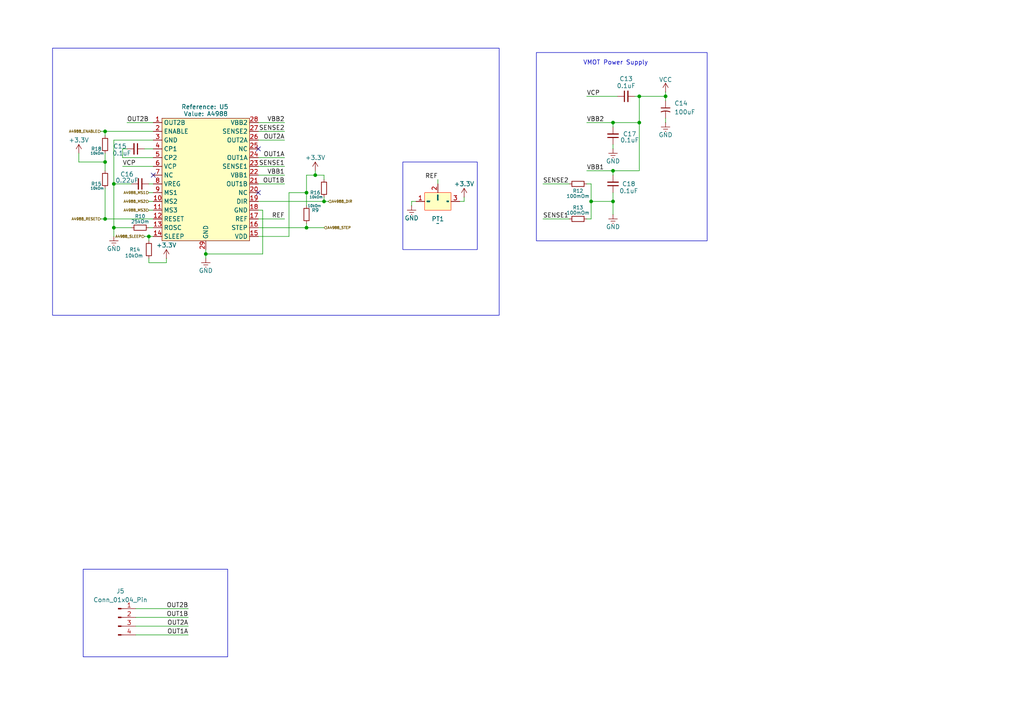
<source format=kicad_sch>
(kicad_sch (version 20250114) (generator "eeschema") (generator_version "9.0")
  (paper "A4")
  (lib_symbols
    (symbol "Connector:Conn_01x04_Pin" (pin_names (offset 1.016) (hide yes))
      (property "Reference" "J" (at 0 5.08 0))
      (property "Value" "Conn_01x04_Pin" (at 0 -7.62 0))
      (symbol "Conn_01x04_Pin_1_1"
        (rectangle (start 0.8636 2.667) (end 0 2.413) (stroke (width 0.1524)) (fill (type outline)))
        (rectangle (start 0.8636 0.127) (end 0 -0.127) (stroke (width 0.1524)) (fill (type outline)))
        (rectangle (start 0.8636 -2.413) (end 0 -2.667) (stroke (width 0.1524)) (fill (type outline)))
        (rectangle (start 0.8636 -4.953) (end 0 -5.207) (stroke (width 0.1524)) (fill (type outline)))
        (polyline (pts (xy 1.27 2.54) (xy 0.8636 2.54)) (stroke (width 0.1524)))
        (polyline (pts (xy 1.27 0) (xy 0.8636 0)) (stroke (width 0.1524)))
        (polyline (pts (xy 1.27 -2.54) (xy 0.8636 -2.54)) (stroke (width 0.1524)))
        (polyline (pts (xy 1.27 -5.08) (xy 0.8636 -5.08)) (stroke (width 0.1524)))
        (pin passive line (at 5.08 2.54 180) (length 3.81) (name "Pin_1") (number "1"))
        (pin passive line (at 5.08 0 180) (length 3.81) (name "Pin_2") (number "2"))
        (pin passive line (at 5.08 -2.54 180) (length 3.81) (name "Pin_3") (number "3"))
        (pin passive line (at 5.08 -5.08 180) (length 3.81) (name "Pin_4") (number "4"))
      )
    )
    (symbol "Device:C_Small" (pin_numbers (hide yes)) (pin_names (offset 0.254) (hide yes))
      (property "Reference" "C" (at 0.254 1.778 0))
      (property "Value" "C_Small" (at 0.254 -2.032 0))
      (symbol "C_Small_0_1"
        (polyline (pts (xy -1.524 0.508) (xy 1.524 0.508)) (stroke (width 0.3048)))
        (polyline (pts (xy -1.524 -0.508) (xy 1.524 -0.508)) (stroke (width 0.3302)))
      )
      (symbol "C_Small_1_1"
        (pin passive line (at 0 2.54 270) (length 2.032) (name "~") (number "1"))
        (pin passive line (at 0 -2.54 90) (length 2.032) (name "~") (number "2"))
      )
    )
    (symbol "Device:R_Small" (pin_numbers (hide yes)) (pin_names (offset 0.254) (hide yes))
      (property "Reference" "R" (at 0 0 90))
      (property "Value" "R_Small" (at 1.778 0 90))
      (symbol "R_Small_0_1"
        (rectangle (start -0.762 1.778) (end 0.762 -1.778) (stroke (width 0.2032)))
      )
      (symbol "R_Small_1_1"
        (pin passive line (at 0 2.54 270) (length 0.762) (name "~") (number "1"))
        (pin passive line (at 0 -2.54 90) (length 0.762) (name "~") (number "2"))
      )
    )
    (symbol "PCM_Generic-50:C,IEEE" (pin_numbers (hide yes)) (pin_names (offset 0) (hide yes))
      (property "Reference" "C" (at 1.27 1.27 0))
      (property "Value" "C,IEEE" (at 1.27 -1.27 0))
      (property "Indicator" "+" (at -1.27 1.27 0))
      (symbol "C,IEEE_1_1"
        (polyline (pts (xy -1.27 0.4572) (xy 1.27 0.4572)) (stroke (width 0.254)))
        (arc (start -1.27 -0.6858) (mid 0 -0.4566) (end 1.27 -0.6858) (stroke (width 0.254)))
        (pin passive line (at 0 2.54 270) (length 2.0828) (name "+") (number "1"))
        (pin passive line (at 0 -2.54 90) (length 2.0828) (name "-") (number "2"))
      )
    )
    (symbol "power:+3.3V" (power) (pin_numbers (hide yes)) (pin_names (offset 0) (hide yes))
      (property "Value" "+3.3V" (at 0 3.556 0))
      (symbol "+3.3V_0_1"
        (polyline (pts (xy -0.762 1.27) (xy 0 2.54)))
        (polyline (pts (xy 0 2.54) (xy 0.762 1.27)))
        (polyline (pts (xy 0 0) (xy 0 2.54)))
      )
      (symbol "+3.3V_1_1"
        (pin power_in line (at 0 0 90) (length 0) (name "~") (number "1"))
      )
    )
    (symbol "power:Earth" (power) (pin_numbers (hide yes)) (pin_names (offset 0) (hide yes))
      (property "Value" "Earth" (at 0 -3.81 0))
      (symbol "Earth_0_1"
        (polyline (pts (xy -0.635 -1.905) (xy 0.635 -1.905)))
        (polyline (pts (xy -0.127 -2.54) (xy 0.127 -2.54)))
        (polyline (pts (xy 0 -1.27) (xy 0 0)))
        (polyline (pts (xy 1.27 -1.27) (xy -1.27 -1.27)))
      )
      (symbol "Earth_1_1"
        (pin power_in line (at 0 0 270) (length 0) (name "~") (number "1"))
      )
    )
    (symbol "power:VCC" (power) (pin_numbers (hide yes)) (pin_names (offset 0) (hide yes))
      (property "Value" "VCC" (at 0 3.556 0))
      (symbol "VCC_0_1"
        (polyline (pts (xy -0.762 1.27) (xy 0 2.54)))
        (polyline (pts (xy 0 2.54) (xy 0.762 1.27)))
        (polyline (pts (xy 0 0) (xy 0 2.54)))
      )
      (symbol "VCC_1_1"
        (pin power_in line (at 0 0 90) (length 0) (name "~") (number "1"))
      )
    )
    (symbol "user_library:A4988"
      (property "Reference" "U" (at 12.446 66.294 0) (show_name))
      (symbol "A4988_0_1"
        (rectangle (start 0 64.77) (end 25.4 29.21) (fill (type background)))
      )
      (symbol "A4988_1_1"
        (pin output line (at -2.54 63.5 0) (length 2.54) (name "OUT2B") (number "1"))
        (pin input line (at -2.54 60.96 0) (length 2.54) (name "ENABLE") (number "2"))
        (pin power_in line (at -2.54 58.42 0) (length 2.54) (name "GND") (number "3"))
        (pin passive line (at -2.54 55.88 0) (length 2.54) (name "CP1") (number "4"))
        (pin passive line (at -2.54 53.34 0) (length 2.54) (name "CP2") (number "5"))
        (pin power_out line (at -2.54 50.8 0) (length 2.54) (name "VCP") (number "6"))
        (pin output line (at -2.54 48.26 0) (length 2.54) (name "NC") (number "7"))
        (pin power_out line (at -2.54 45.72 0) (length 2.54) (name "VREG") (number "8"))
        (pin input line (at -2.54 43.18 0) (length 2.54) (name "MS1") (number "9"))
        (pin input line (at -2.54 40.64 0) (length 2.54) (name "MS2") (number "10"))
        (pin input line (at -2.54 38.1 0) (length 2.54) (name "MS3") (number "11"))
        (pin input line (at -2.54 35.56 0) (length 2.54) (name "RESET") (number "12"))
        (pin input line (at -2.54 33.02 0) (length 2.54) (name "ROSC") (number "13"))
        (pin input line (at -2.54 30.48 0) (length 2.54) (name "SLEEP") (number "14"))
        (pin power_in line (at 12.7 26.67 90) (length 2.54) (name "GND") (number "29"))
        (pin power_in line (at 27.94 63.5 180) (length 2.54) (name "VBB2") (number "28"))
        (pin passive line (at 27.94 60.96 180) (length 2.54) (name "SENSE2") (number "27"))
        (pin output line (at 27.94 58.42 180) (length 2.54) (name "OUT2A") (number "26"))
        (pin input line (at 27.94 55.88 180) (length 2.54) (name "NC") (number "25"))
        (pin output line (at 27.94 53.34 180) (length 2.54) (name "OUT1A") (number "24"))
        (pin passive line (at 27.94 50.8 180) (length 2.54) (name "SENSE1") (number "23"))
        (pin power_in line (at 27.94 48.26 180) (length 2.54) (name "VBB1") (number "22"))
        (pin output line (at 27.94 45.72 180) (length 2.54) (name "OUT1B") (number "21"))
        (pin input line (at 27.94 43.18 180) (length 2.54) (name "NC") (number "20"))
        (pin input line (at 27.94 40.64 180) (length 2.54) (name "DIR") (number "19"))
        (pin passive line (at 27.94 38.1 180) (length 2.54) (name "GND") (number "18"))
        (pin input line (at 27.94 35.56 180) (length 2.54) (name "REF") (number "17"))
        (pin input line (at 27.94 33.02 180) (length 2.54) (name "STEP") (number "16"))
        (pin power_in line (at 27.94 30.48 180) (length 2.54) (name "VDD") (number "15"))
      )
    )
    (symbol "user_library:Trimming Potentiometer TC33"
      (property "Reference" "PT" (at 2.794 -1.016 0))
      (symbol "Trimming Potentiometer TC33_1_1"
        (rectangle (start 0 5.08) (end 7.62 0) (stroke (width 0) (color 255 45 8 1)) (fill (type background)))
        (pin input line (at -2.54 2.54 0) (length 2.54) (name "CCW") (number "1"))
        (pin input line (at 3.81 7.62 270) (length 2.54) (name "WRIPER") (number "2"))
        (pin input line (at 10.16 2.54 180) (length 2.54) (name "CW") (number "3"))
      )
    )
  )
  (rectangle (start 15.24 13.97) (end 144.78 91.44))
  (rectangle (start 155.575 15.24) (end 205.105 69.85))
  (rectangle (start 24.13 165.1) (end 66.04 190.5))
  (rectangle (start 116.84 46.99) (end 138.43 72.39))
  (text "VMOT Power Supply" (at 178.562 18.288 0) (effects (font (size 1.27 1.27))))
  (junction (at 33.02 66.04))
  (junction (at 185.42 35.56))
  (junction (at 193.04 27.94))
  (junction (at 30.48 46.99))
  (junction (at 91.44 50.8))
  (junction (at 59.69 73.66))
  (junction (at 177.8 49.53))
  (junction (at 30.48 38.1))
  (junction (at 30.48 63.5))
  (junction (at 185.42 27.94))
  (junction (at 177.8 35.56))
  (junction (at 88.9 55.88))
  (junction (at 177.8 58.42))
  (junction (at 171.45 58.42))
  (junction (at 43.18 68.58))
  (junction (at 88.9 66.04))
  (junction (at 33.02 53.34))
  (junction (at 93.98 58.42))
  (no_connect (at 44.45 50.8))
  (no_connect (at 74.93 55.88))
  (no_connect (at 74.93 43.18))
  (wire (pts (xy 33.02 53.34) (xy 38.1 53.34)))
  (wire (pts (xy 170.18 63.5) (xy 171.45 63.5)))
  (wire (pts (xy 33.02 66.04) (xy 33.02 68.58)))
  (wire (pts (xy 74.93 63.5) (xy 82.55 63.5)))
  (wire (pts (xy 39.37 181.61) (xy 54.61 181.61)))
  (wire (pts (xy 177.8 35.56) (xy 177.8 36.83)))
  (wire (pts (xy 74.93 40.64) (xy 82.55 40.64)))
  (wire (pts (xy 43.18 60.96) (xy 44.45 60.96)))
  (wire (pts (xy 44.45 45.72) (xy 35.56 45.72)))
  (wire (pts (xy 177.8 58.42) (xy 177.8 55.88)))
  (wire (pts (xy 43.18 53.34) (xy 44.45 53.34)))
  (wire (pts (xy 185.42 27.94) (xy 193.04 27.94)))
  (wire (pts (xy 74.93 66.04) (xy 88.9 66.04)))
  (wire (pts (xy 93.98 58.42) (xy 95.25 58.42)))
  (wire (pts (xy 120.65 58.42) (xy 119.38 58.42)))
  (wire (pts (xy 91.44 49.53) (xy 91.44 50.8)))
  (wire (pts (xy 76.2 73.66) (xy 59.69 73.66)))
  (wire (pts (xy 76.2 60.96) (xy 76.2 73.66)))
  (wire (pts (xy 59.69 73.66) (xy 59.69 72.39)))
  (wire (pts (xy 36.83 35.56) (xy 44.45 35.56)))
  (wire (pts (xy 74.93 48.26) (xy 82.55 48.26)))
  (wire (pts (xy 88.9 66.04) (xy 93.98 66.04)))
  (wire (pts (xy 74.93 35.56) (xy 82.55 35.56)))
  (wire (pts (xy 39.37 176.53) (xy 54.61 176.53)))
  (wire (pts (xy 88.9 50.8) (xy 91.44 50.8)))
  (wire (pts (xy 177.8 35.56) (xy 185.42 35.56)))
  (wire (pts (xy 177.8 62.23) (xy 177.8 58.42)))
  (wire (pts (xy 35.56 48.26) (xy 44.45 48.26)))
  (wire (pts (xy 170.18 35.56) (xy 177.8 35.56)))
  (wire (pts (xy 33.02 66.04) (xy 38.1 66.04)))
  (wire (pts (xy 44.45 40.64) (xy 33.02 40.64)))
  (wire (pts (xy 119.38 58.42) (xy 119.38 59.69)))
  (wire (pts (xy 43.18 68.58) (xy 44.45 68.58)))
  (wire (pts (xy 35.56 45.72) (xy 35.56 43.18)))
  (wire (pts (xy 193.04 26.67) (xy 193.04 27.94)))
  (wire (pts (xy 133.35 58.42) (xy 134.62 58.42)))
  (wire (pts (xy 185.42 27.94) (xy 185.42 35.56)))
  (wire (pts (xy 93.98 50.8) (xy 93.98 52.07)))
  (wire (pts (xy 171.45 58.42) (xy 177.8 58.42)))
  (wire (pts (xy 88.9 64.77) (xy 88.9 66.04)))
  (wire (pts (xy 43.18 68.58) (xy 43.18 69.85)))
  (wire (pts (xy 39.37 179.07) (xy 54.61 179.07)))
  (wire (pts (xy 59.69 74.93) (xy 59.69 73.66)))
  (wire (pts (xy 170.18 53.34) (xy 171.45 53.34)))
  (wire (pts (xy 74.93 60.96) (xy 76.2 60.96)))
  (wire (pts (xy 43.18 58.42) (xy 44.45 58.42)))
  (wire (pts (xy 22.86 46.99) (xy 30.48 46.99)))
  (wire (pts (xy 43.18 76.2) (xy 43.18 74.93)))
  (wire (pts (xy 35.56 43.18) (xy 36.83 43.18)))
  (wire (pts (xy 185.42 35.56) (xy 185.42 49.53)))
  (wire (pts (xy 33.02 40.64) (xy 33.02 53.34)))
  (wire (pts (xy 74.93 45.72) (xy 82.55 45.72)))
  (wire (pts (xy 29.21 63.5) (xy 30.48 63.5)))
  (wire (pts (xy 91.44 50.8) (xy 93.98 50.8)))
  (wire (pts (xy 74.93 50.8) (xy 82.55 50.8)))
  (wire (pts (xy 170.18 27.94) (xy 179.07 27.94)))
  (wire (pts (xy 29.21 38.1) (xy 30.48 38.1)))
  (wire (pts (xy 193.04 27.94) (xy 193.04 29.21)))
  (wire (pts (xy 43.18 66.04) (xy 44.45 66.04)))
  (wire (pts (xy 74.93 53.34) (xy 82.55 53.34)))
  (wire (pts (xy 33.02 53.34) (xy 33.02 66.04)))
  (wire (pts (xy 171.45 53.34) (xy 171.45 58.42)))
  (wire (pts (xy 177.8 41.91) (xy 177.8 43.18)))
  (wire (pts (xy 83.82 68.58) (xy 83.82 55.88)))
  (wire (pts (xy 193.04 35.56) (xy 193.04 34.29)))
  (wire (pts (xy 30.48 44.45) (xy 30.48 46.99)))
  (wire (pts (xy 74.93 38.1) (xy 82.55 38.1)))
  (wire (pts (xy 88.9 59.69) (xy 88.9 55.88)))
  (wire (pts (xy 30.48 63.5) (xy 44.45 63.5)))
  (wire (pts (xy 48.26 76.2) (xy 43.18 76.2)))
  (wire (pts (xy 30.48 54.61) (xy 30.48 63.5)))
  (wire (pts (xy 171.45 58.42) (xy 171.45 63.5)))
  (wire (pts (xy 41.91 43.18) (xy 44.45 43.18)))
  (wire (pts (xy 184.15 27.94) (xy 185.42 27.94)))
  (wire (pts (xy 170.18 49.53) (xy 177.8 49.53)))
  (wire (pts (xy 83.82 55.88) (xy 88.9 55.88)))
  (wire (pts (xy 157.48 63.5) (xy 165.1 63.5)))
  (wire (pts (xy 30.48 38.1) (xy 44.45 38.1)))
  (wire (pts (xy 134.62 57.15) (xy 134.62 58.42)))
  (wire (pts (xy 93.98 57.15) (xy 93.98 58.42)))
  (wire (pts (xy 74.93 58.42) (xy 93.98 58.42)))
  (wire (pts (xy 48.26 76.2) (xy 48.26 74.93)))
  (wire (pts (xy 30.48 46.99) (xy 30.48 49.53)))
  (wire (pts (xy 127 52.07) (xy 127 53.34)))
  (wire (pts (xy 177.8 49.53) (xy 177.8 50.8)))
  (wire (pts (xy 39.37 184.15) (xy 54.61 184.15)))
  (wire (pts (xy 74.93 68.58) (xy 83.82 68.58)))
  (wire (pts (xy 43.18 55.88) (xy 44.45 55.88)))
  (wire (pts (xy 41.91 68.58) (xy 43.18 68.58)))
  (wire (pts (xy 88.9 55.88) (xy 88.9 50.8)))
  (wire (pts (xy 22.86 44.45) (xy 22.86 46.99)))
  (wire (pts (xy 177.8 49.53) (xy 185.42 49.53)))
  (wire (pts (xy 157.48 53.34) (xy 165.1 53.34)))
  (wire (pts (xy 30.48 39.37) (xy 30.48 38.1)))
  (label "VBB2" (at 170.18 35.56 0))
  (label "REF" (at 127 52.07 180))
  (label "REF" (at 82.55 63.5 180))
  (label "SENSE2" (at 157.48 53.34 0))
  (label "OUT2A" (at 54.61 181.61 180))
  (label "OUT1A" (at 54.61 184.15 180))
  (label "VCP" (at 170.18 27.94 0))
  (label "OUT2B" (at 36.83 35.56 0))
  (label "OUT1B" (at 82.55 53.34 180))
  (label "OUT2A" (at 82.55 40.64 180))
  (label "OUT2B" (at 54.61 176.53 180))
  (label "VBB2" (at 82.55 35.56 180))
  (label "VCP" (at 35.56 48.26 0))
  (label "SENSE2" (at 82.55 38.1 180))
  (label "VBB1" (at 82.55 50.8 180))
  (label "OUT1A" (at 82.55 45.72 180))
  (label "SENSE1" (at 157.48 63.5 0))
  (label "SENSE1" (at 82.55 48.26 180))
  (label "VBB1" (at 170.18 49.53 0))
  (label "OUT1B" (at 54.61 179.07 180))
  (hierarchical_label "A4988_ENABLE" (shape input) (at 29.21 38.1 180) (effects (font (size 0.75 0.75))))
  (hierarchical_label "A4988_SLEEP" (shape input) (at 41.91 68.58 180) (effects (font (size 0.75 0.75))))
  (hierarchical_label "A4988_STEP" (shape input) (at 93.98 66.04 0) (effects (font (size 0.75 0.75))))
  (hierarchical_label "A4988_MS1" (shape input) (at 43.18 55.88 180) (effects (font (size 0.75 0.75))))
  (hierarchical_label "A4988_DIR" (shape input) (at 95.25 58.42 0) (effects (font (size 0.75 0.75))))
  (hierarchical_label "A4988_MS3" (shape input) (at 43.18 60.96 180) (effects (font (size 0.75 0.75))))
  (hierarchical_label "A4988_RESET" (shape input) (at 29.21 63.5 180) (effects (font (size 0.75 0.75))))
  (hierarchical_label "A4988_MS2" (shape input) (at 43.18 58.42 180) (effects (font (size 0.75 0.75))))
  (symbol (lib_id "Device:R_Small") (at 167.64 53.34 90) (unit 1)
    (property "Reference" "R12" (at 167.64 55.372 90) (effects (font (size 1 1))))
    (property "Value" "100mOm" (at 167.64 56.896 90) (effects (font (size 1 1))))
    (property "Footprint" "PCM_Resistor_SMD_AKL:R_0603_1608Metric" (effects (hide yes)))
    (property "Description" "Resistor, small symbol" (effects (hide yes)))
  )
  (symbol (lib_id "Device:C_Small") (at 181.61 27.94 90) (unit 1)
    (property "Reference" "C13" (at 181.61 22.86 90))
    (property "Value" "0.1uF" (at 181.61 24.892 90))
    (property "Footprint" "Capacitor_SMD:C_0603_1608Metric" (effects (hide yes)))
    (property "Description" "Unpolarized capacitor, small symbol" (effects (hide yes)))
  )
  (symbol (lib_id "user_library:A4988") (at 46.99 99.06 0) (unit 1)
    (property "Reference" "U5" (at 59.436 30.988 0) (show_name yes))
    (property "Value" "A4988" (at 59.69 33.02 0) (show_name yes))
    (property "Footprint" "my_lib:A4988-QFN-28P" (effects (hide yes)))
  )
  (symbol (lib_id "power:VCC") (at 193.04 26.67 0) (unit 1)
    (property "Reference" "#PWR025" (effects (hide yes)))
    (property "Value" "VCC" (at 193.04 23.114 0))
    (property "Description" "Power symbol creates a global label with name \"VCC\"" (effects (hide yes)))
  )
  (symbol (lib_id "Device:R_Small") (at 43.18 72.39 180) (unit 1)
    (property "Reference" "R14" (at 39.116 72.39 0) (effects (font (size 1.016 1.016))))
    (property "Value" "10kOm" (at 38.862 74.168 0) (effects (font (size 1 1))))
    (property "Footprint" "PCM_Resistor_SMD_AKL:R_0402_1005Metric" (effects (hide yes)))
    (property "Description" "Resistor, small symbol" (effects (hide yes)))
  )
  (symbol (lib_id "power:Earth") (at 119.38 59.69 0) (unit 1)
    (property "Reference" "#PWR039" (effects (hide yes)))
    (property "Value" "GND" (at 119.38 63.246 0))
    (property "Description" "Power symbol creates a global label with name \"Earth\"" (effects (hide yes)))
  )
  (symbol (lib_id "Device:C_Small") (at 39.37 43.18 270) (unit 1)
    (property "Reference" "C15" (at 34.798 42.418 90))
    (property "Value" "0.1uF" (at 35.306 44.45 90))
    (property "Footprint" "Capacitor_SMD:C_0603_1608Metric" (effects (hide yes)))
    (property "Description" "Unpolarized capacitor, small symbol" (effects (hide yes)))
  )
  (symbol (lib_id "Device:C_Small") (at 177.8 39.37 180) (unit 1)
    (property "Reference" "C17" (at 182.626 38.862 0))
    (property "Value" "0.1uF" (at 182.626 40.64 0))
    (property "Footprint" "Capacitor_SMD:C_0603_1608Metric" (effects (hide yes)))
    (property "Description" "Unpolarized capacitor, small symbol" (effects (hide yes)))
  )
  (symbol (lib_id "power:+3.3V") (at 22.86 44.45 0) (unit 1)
    (property "Reference" "#PWR05" (effects (hide yes)))
    (property "Value" "+3.3V" (at 22.86 40.64 0))
    (property "Description" "Power symbol creates a global label with name \"+3.3V\"" (effects (hide yes)))
  )
  (symbol (lib_id "Device:R_Small") (at 30.48 52.07 0) (unit 1)
    (property "Reference" "R15" (at 27.94 53.34 0) (effects (font (size 1 1))))
    (property "Value" "10kOm" (at 28.194 54.61 0) (effects (font (size 0.75 0.75))))
    (property "Footprint" "PCM_Resistor_SMD_AKL:R_0402_1005Metric" (effects (hide yes)))
    (property "Description" "Resistor, small symbol" (effects (hide yes)))
  )
  (symbol (lib_id "user_library:Trimming Potentiometer TC33") (at 123.19 60.96 0) (unit 1)
    (property "Reference" "PT1" (at 127 63.5 0))
    (property "Value" "~" (at 127 64.77 0))
    (property "Footprint" "PCM_Potentiometer_SMD_AKL:Potentiometer_Bourns_TC33X_Vertical" (effects (hide yes)))
  )
  (symbol (lib_id "Device:R_Small") (at 93.98 54.61 0) (unit 1)
    (property "Reference" "R16" (at 91.44 55.88 0) (effects (font (size 1 1))))
    (property "Value" "10kOm" (at 91.694 57.15 0) (effects (font (size 0.75 0.75))))
    (property "Footprint" "PCM_Resistor_SMD_AKL:R_0402_1005Metric" (effects (hide yes)))
    (property "Description" "Resistor, small symbol" (effects (hide yes)))
  )
  (symbol (lib_id "Device:R_Small") (at 88.9 62.23 180) (unit 1)
    (property "Reference" "R9" (at 91.44 60.96 0) (effects (font (size 1 1))))
    (property "Value" "10kOm" (at 91.186 59.69 0) (effects (font (size 0.75 0.75))))
    (property "Footprint" "PCM_Resistor_SMD_AKL:R_0402_1005Metric" (effects (hide yes)))
    (property "Description" "Resistor, small symbol" (effects (hide yes)))
  )
  (symbol (lib_id "Device:R_Small") (at 167.64 63.5 90) (unit 1)
    (property "Reference" "R13" (at 167.64 60.198 90) (effects (font (size 1 1))))
    (property "Value" "100mOm" (at 167.64 61.722 90) (effects (font (size 1 1))))
    (property "Footprint" "PCM_Resistor_SMD_AKL:R_0603_1608Metric" (effects (hide yes)))
    (property "Description" "Resistor, small symbol" (effects (hide yes)))
  )
  (symbol (lib_id "power:Earth") (at 177.8 62.23 0) (unit 1)
    (property "Reference" "#PWR030" (effects (hide yes)))
    (property "Value" "GND" (at 177.8 65.786 0))
    (property "Description" "Power symbol creates a global label with name \"Earth\"" (effects (hide yes)))
  )
  (symbol (lib_id "Connector:Conn_01x04_Pin") (at 34.29 179.07 0) (unit 1)
    (property "Reference" "J5" (at 34.925 171.45 0))
    (property "Value" "Conn_01x04_Pin" (at 34.925 173.99 0))
    (property "Footprint" "Connector_JST:JST_EH_S4B-EH_1x04_P2.50mm_Horizontal" (effects (hide yes)))
    (property "Description" "Generic connector, single row, 01x04, script generated" (effects (hide yes)))
  )
  (symbol (lib_id "Device:C_Small") (at 177.8 53.34 180) (unit 1)
    (property "Reference" "C18" (at 182.372 53.34 0))
    (property "Value" "0.1uF" (at 182.372 55.372 0))
    (property "Footprint" "Capacitor_SMD:C_0603_1608Metric" (effects (hide yes)))
    (property "Description" "Unpolarized capacitor, small symbol" (effects (hide yes)))
  )
  (symbol (lib_id "power:+3.3V") (at 134.62 57.15 0) (unit 1)
    (property "Reference" "#PWR041" (effects (hide yes)))
    (property "Value" "+3.3V" (at 134.62 53.34 0))
    (property "Description" "Power symbol creates a global label with name \"+3.3V\"" (effects (hide yes)))
  )
  (symbol (lib_id "power:Earth") (at 193.04 35.56 0) (unit 1)
    (property "Reference" "#PWR026" (effects (hide yes)))
    (property "Value" "GND" (at 193.04 39.116 0))
    (property "Description" "Power symbol creates a global label with name \"Earth\"" (effects (hide yes)))
  )
  (symbol (lib_id "power:+3.3V") (at 48.26 74.93 0) (unit 1)
    (property "Reference" "#PWR028" (effects (hide yes)))
    (property "Value" "+3.3V" (at 48.26 71.12 0))
    (property "Description" "Power symbol creates a global label with name \"+3.3V\"" (effects (hide yes)))
  )
  (symbol (lib_id "power:Earth") (at 33.02 68.58 0) (unit 1)
    (property "Reference" "#PWR027" (effects (hide yes)))
    (property "Value" "GND" (at 33.02 72.136 0))
    (property "Description" "Power symbol creates a global label with name \"Earth\"" (effects (hide yes)))
  )
  (symbol (lib_id "Device:R_Small") (at 30.48 41.91 0) (unit 1)
    (property "Reference" "R18" (at 27.94 43.18 0) (effects (font (size 1 1))))
    (property "Value" "10kOm" (at 28.194 44.45 0) (effects (font (size 0.75 0.75))))
    (property "Footprint" "PCM_Resistor_SMD_AKL:R_0402_1005Metric" (effects (hide yes)))
    (property "Description" "Resistor, small symbol" (effects (hide yes)))
  )
  (symbol (lib_id "power:+3.3V") (at 91.44 49.53 0) (unit 1)
    (property "Reference" "#PWR040" (effects (hide yes)))
    (property "Value" "+3.3V" (at 91.44 45.72 0))
    (property "Description" "Power symbol creates a global label with name \"+3.3V\"" (effects (hide yes)))
  )
  (symbol (lib_id "Device:C_Small") (at 40.64 53.34 270) (unit 1)
    (property "Reference" "C16" (at 36.83 50.546 90))
    (property "Value" "0.22uF" (at 36.83 52.324 90))
    (property "Footprint" "Capacitor_SMD:C_0603_1608Metric" (effects (hide yes)))
    (property "Description" "Unpolarized capacitor, small symbol" (effects (hide yes)))
  )
  (symbol (lib_id "PCM_Generic-50:C,IEEE") (at 193.04 31.75 0) (unit 1)
    (property "Reference" "C14" (at 195.58 29.9592 0) (effects (justify left)))
    (property "Value" "100uF" (at 195.58 32.4992 0) (effects (justify left)))
    (property "Footprint" "Capacitor_SMD:CP_Elec_6.3x7.7" (effects (hide yes)))
    (property "Description" "capacitor, non-polarized/polar(ized)/bipolar (IEEE curved)" (effects (hide yes)))
    (property "Indicator" "+" (effects (hide yes)))
  )
  (symbol (lib_id "power:Earth") (at 59.69 74.93 0) (unit 1)
    (property "Reference" "#PWR029" (effects (hide yes)))
    (property "Value" "GND" (at 59.69 78.486 0))
    (property "Description" "Power symbol creates a global label with name \"Earth\"" (effects (hide yes)))
  )
  (symbol (lib_id "Device:R_Small") (at 40.64 66.04 90) (unit 1)
    (property "Reference" "R10" (at 40.64 62.738 90) (effects (font (size 1 1))))
    (property "Value" "25kOm" (at 40.64 64.262 90) (effects (font (size 1 1))))
    (property "Footprint" "PCM_Resistor_SMD_AKL:R_0402_1005Metric" (effects (hide yes)))
    (property "Description" "Resistor, small symbol" (effects (hide yes)))
  )
  (symbol (lib_id "power:Earth") (at 177.8 43.18 0) (unit 1)
    (property "Reference" "#PWR042" (effects (hide yes)))
    (property "Value" "GND" (at 177.8 46.736 0))
    (property "Description" "Power symbol creates a global label with name \"Earth\"" (effects (hide yes)))
  )
)
</source>
